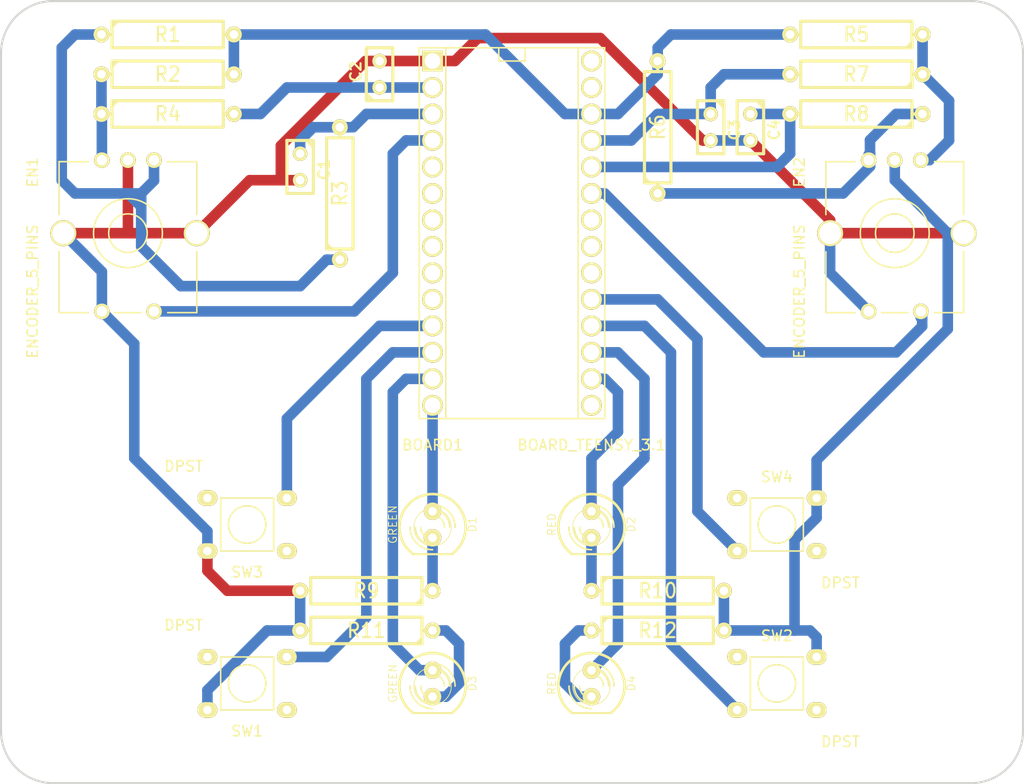
<source format=kicad_pcb>
(kicad_pcb (version 20171130) (host pcbnew "(5.1.12)-1")

  (general
    (thickness 1.6)
    (drawings 17)
    (tracks 168)
    (zones 0)
    (modules 31)
    (nets 25)
  )

  (page A4)
  (title_block
    (title Etch-a-sketch)
    (rev 0.1)
    (company BQ)
    (comment 1 "David Estévez")
  )

  (layers
    (0 F.Cu signal)
    (31 B.Cu signal)
    (32 B.Adhes user hide)
    (33 F.Adhes user hide)
    (34 B.Paste user hide)
    (35 F.Paste user hide)
    (36 B.SilkS user hide)
    (37 F.SilkS user hide)
    (38 B.Mask user hide)
    (39 F.Mask user hide)
    (40 Dwgs.User user hide)
    (41 Cmts.User user hide)
    (42 Eco1.User user hide)
    (43 Eco2.User user hide)
    (44 Edge.Cuts user)
  )

  (setup
    (last_trace_width 1.016)
    (trace_clearance 0.635)
    (zone_clearance 0.508)
    (zone_45_only no)
    (trace_min 0.254)
    (via_size 0.889)
    (via_drill 0.635)
    (via_min_size 0.889)
    (via_min_drill 0.508)
    (uvia_size 0.508)
    (uvia_drill 0.127)
    (uvias_allowed no)
    (uvia_min_size 0.508)
    (uvia_min_drill 0.127)
    (edge_width 0.15)
    (segment_width 0.2)
    (pcb_text_width 0.3)
    (pcb_text_size 1 1)
    (mod_edge_width 0.15)
    (mod_text_size 1 1)
    (mod_text_width 0.15)
    (pad_size 3 3)
    (pad_drill 3)
    (pad_to_mask_clearance 0)
    (aux_axis_origin 0 0)
    (visible_elements 7FFFFFFF)
    (pcbplotparams
      (layerselection 0x00030_ffffffff)
      (usegerberextensions false)
      (usegerberattributes true)
      (usegerberadvancedattributes true)
      (creategerberjobfile true)
      (excludeedgelayer true)
      (linewidth 0.150000)
      (plotframeref false)
      (viasonmask false)
      (mode 1)
      (useauxorigin false)
      (hpglpennumber 1)
      (hpglpenspeed 20)
      (hpglpendiameter 15.000000)
      (psnegative false)
      (psa4output false)
      (plotreference true)
      (plotvalue true)
      (plotinvisibletext false)
      (padsonsilk false)
      (subtractmaskfromsilk false)
      (outputformat 1)
      (mirror false)
      (drillshape 0)
      (scaleselection 1)
      (outputdirectory "gerber/"))
  )

  (net 0 "")
  (net 1 /D0)
  (net 2 /D1)
  (net 3 /D10)
  (net 4 /D11)
  (net 5 /D12)
  (net 6 /D14)
  (net 7 /D15)
  (net 8 /D16)
  (net 9 /D17)
  (net 10 /D2)
  (net 11 /D21)
  (net 12 /D22)
  (net 13 /D23)
  (net 14 /D9)
  (net 15 GND)
  (net 16 N-0000017)
  (net 17 N-0000018)
  (net 18 N-0000019)
  (net 19 N-0000020)
  (net 20 N-0000031)
  (net 21 N-0000036)
  (net 22 N-0000037)
  (net 23 N-0000044)
  (net 24 VCC)

  (net_class Default "This is the default net class."
    (clearance 0.635)
    (trace_width 1.016)
    (via_dia 0.889)
    (via_drill 0.635)
    (uvia_dia 0.508)
    (uvia_drill 0.127)
    (add_net /D0)
    (add_net /D1)
    (add_net /D10)
    (add_net /D11)
    (add_net /D12)
    (add_net /D14)
    (add_net /D15)
    (add_net /D16)
    (add_net /D17)
    (add_net /D2)
    (add_net /D21)
    (add_net /D22)
    (add_net /D23)
    (add_net /D9)
    (add_net GND)
    (add_net N-0000017)
    (add_net N-0000018)
    (add_net N-0000019)
    (add_net N-0000020)
    (add_net N-0000031)
    (add_net N-0000036)
    (add_net N-0000037)
    (add_net N-0000044)
    (add_net VCC)
  )

  (module Switches-Push_switch_THD (layer F.Cu) (tedit 5513EE8F) (tstamp 551538A6)
    (at 175.641 112.141 180)
    (path /5512C03E)
    (fp_text reference SW4 (at 0 4.572 180) (layer F.SilkS)
      (effects (font (size 1 1) (thickness 0.15)))
    )
    (fp_text value DPST (at -6.096 -5.588 180) (layer F.SilkS)
      (effects (font (size 1 1) (thickness 0.15)))
    )
    (fp_line (start -2.54 -2.54) (end 2.54 -2.54) (layer F.SilkS) (width 0.15))
    (fp_line (start 2.54 -2.54) (end 2.54 2.54) (layer F.SilkS) (width 0.15))
    (fp_line (start 2.54 2.54) (end -2.54 2.54) (layer F.SilkS) (width 0.15))
    (fp_line (start -2.54 2.54) (end -2.54 -2.54) (layer F.SilkS) (width 0.15))
    (fp_circle (center 0 0) (end -1.27 -1.27) (layer F.SilkS) (width 0.15))
    (pad 2 thru_hole oval (at -3.81 2.54 180) (size 1.9 1.5) (drill 0.8) (layers *.Cu *.Mask F.SilkS)
      (net 15 GND))
    (pad 1 thru_hole oval (at -3.81 -2.54 180) (size 1.9 1.5) (drill 0.8) (layers *.Cu *.Mask F.SilkS))
    (pad 4 thru_hole oval (at 3.81 2.54 180) (size 1.9 1.5) (drill 0.8) (layers *.Cu *.Mask F.SilkS))
    (pad 3 thru_hole oval (at 3.81 -2.54 180) (size 1.9 1.5) (drill 0.8) (layers *.Cu *.Mask F.SilkS)
      (net 9 /D17))
  )

  (module Switches-Push_switch_THD (layer F.Cu) (tedit 5513EE8F) (tstamp 551538B3)
    (at 124.841 112.141)
    (path /5512C038)
    (fp_text reference SW3 (at 0 4.572) (layer F.SilkS)
      (effects (font (size 1 1) (thickness 0.15)))
    )
    (fp_text value DPST (at -6.096 -5.588) (layer F.SilkS)
      (effects (font (size 1 1) (thickness 0.15)))
    )
    (fp_line (start -2.54 -2.54) (end 2.54 -2.54) (layer F.SilkS) (width 0.15))
    (fp_line (start 2.54 -2.54) (end 2.54 2.54) (layer F.SilkS) (width 0.15))
    (fp_line (start 2.54 2.54) (end -2.54 2.54) (layer F.SilkS) (width 0.15))
    (fp_line (start -2.54 2.54) (end -2.54 -2.54) (layer F.SilkS) (width 0.15))
    (fp_circle (center 0 0) (end -1.27 -1.27) (layer F.SilkS) (width 0.15))
    (pad 2 thru_hole oval (at -3.81 2.54) (size 1.9 1.5) (drill 0.8) (layers *.Cu *.Mask F.SilkS)
      (net 15 GND))
    (pad 1 thru_hole oval (at -3.81 -2.54) (size 1.9 1.5) (drill 0.8) (layers *.Cu *.Mask F.SilkS))
    (pad 4 thru_hole oval (at 3.81 2.54) (size 1.9 1.5) (drill 0.8) (layers *.Cu *.Mask F.SilkS))
    (pad 3 thru_hole oval (at 3.81 -2.54) (size 1.9 1.5) (drill 0.8) (layers *.Cu *.Mask F.SilkS)
      (net 14 /D9))
  )

  (module Switches-Push_switch_THD (layer F.Cu) (tedit 5513EE8F) (tstamp 551538C0)
    (at 175.641 127.381 180)
    (path /5512C032)
    (fp_text reference SW2 (at 0 4.572 180) (layer F.SilkS)
      (effects (font (size 1 1) (thickness 0.15)))
    )
    (fp_text value DPST (at -6.096 -5.588 180) (layer F.SilkS)
      (effects (font (size 1 1) (thickness 0.15)))
    )
    (fp_line (start -2.54 -2.54) (end 2.54 -2.54) (layer F.SilkS) (width 0.15))
    (fp_line (start 2.54 -2.54) (end 2.54 2.54) (layer F.SilkS) (width 0.15))
    (fp_line (start 2.54 2.54) (end -2.54 2.54) (layer F.SilkS) (width 0.15))
    (fp_line (start -2.54 2.54) (end -2.54 -2.54) (layer F.SilkS) (width 0.15))
    (fp_circle (center 0 0) (end -1.27 -1.27) (layer F.SilkS) (width 0.15))
    (pad 2 thru_hole oval (at -3.81 2.54 180) (size 1.9 1.5) (drill 0.8) (layers *.Cu *.Mask F.SilkS)
      (net 15 GND))
    (pad 1 thru_hole oval (at -3.81 -2.54 180) (size 1.9 1.5) (drill 0.8) (layers *.Cu *.Mask F.SilkS))
    (pad 4 thru_hole oval (at 3.81 2.54 180) (size 1.9 1.5) (drill 0.8) (layers *.Cu *.Mask F.SilkS))
    (pad 3 thru_hole oval (at 3.81 -2.54 180) (size 1.9 1.5) (drill 0.8) (layers *.Cu *.Mask F.SilkS)
      (net 8 /D16))
  )

  (module Switches-Push_switch_THD (layer F.Cu) (tedit 5513EE8F) (tstamp 551538CD)
    (at 124.841 127.381)
    (path /5512C025)
    (fp_text reference SW1 (at 0 4.572) (layer F.SilkS)
      (effects (font (size 1 1) (thickness 0.15)))
    )
    (fp_text value DPST (at -6.096 -5.588) (layer F.SilkS)
      (effects (font (size 1 1) (thickness 0.15)))
    )
    (fp_line (start -2.54 -2.54) (end 2.54 -2.54) (layer F.SilkS) (width 0.15))
    (fp_line (start 2.54 -2.54) (end 2.54 2.54) (layer F.SilkS) (width 0.15))
    (fp_line (start 2.54 2.54) (end -2.54 2.54) (layer F.SilkS) (width 0.15))
    (fp_line (start -2.54 2.54) (end -2.54 -2.54) (layer F.SilkS) (width 0.15))
    (fp_circle (center 0 0) (end -1.27 -1.27) (layer F.SilkS) (width 0.15))
    (pad 2 thru_hole oval (at -3.81 2.54) (size 1.9 1.5) (drill 0.8) (layers *.Cu *.Mask F.SilkS)
      (net 15 GND))
    (pad 1 thru_hole oval (at -3.81 -2.54) (size 1.9 1.5) (drill 0.8) (layers *.Cu *.Mask F.SilkS))
    (pad 4 thru_hole oval (at 3.81 2.54) (size 1.9 1.5) (drill 0.8) (layers *.Cu *.Mask F.SilkS))
    (pad 3 thru_hole oval (at 3.81 -2.54) (size 1.9 1.5) (drill 0.8) (layers *.Cu *.Mask F.SilkS)
      (net 3 /D10))
  )

  (module R5 (layer F.Cu) (tedit 200000) (tstamp 551538DA)
    (at 183.261 68.961 180)
    (descr "Resistance 5 pas")
    (tags R)
    (path /5512B647)
    (autoplace_cost180 10)
    (fp_text reference R7 (at 0 0 180) (layer F.SilkS)
      (effects (font (size 1.397 1.27) (thickness 0.2032)))
    )
    (fp_text value R (at 0 0 180) (layer F.SilkS) hide
      (effects (font (size 1.397 1.27) (thickness 0.2032)))
    )
    (fp_line (start -6.35 0) (end -5.334 0) (layer F.SilkS) (width 0.3048))
    (fp_line (start 6.35 0) (end 5.334 0) (layer F.SilkS) (width 0.3048))
    (fp_line (start 5.334 -1.27) (end 5.334 1.27) (layer F.SilkS) (width 0.3048))
    (fp_line (start 5.334 1.27) (end -5.334 1.27) (layer F.SilkS) (width 0.3048))
    (fp_line (start -5.334 1.27) (end -5.334 -1.27) (layer F.SilkS) (width 0.3048))
    (fp_line (start -5.334 -1.27) (end 5.334 -1.27) (layer F.SilkS) (width 0.3048))
    (fp_line (start -5.334 -0.762) (end -4.826 -1.27) (layer F.SilkS) (width 0.3048))
    (pad 1 thru_hole circle (at -6.35 0 180) (size 1.524 1.524) (drill 0.8128) (layers *.Cu *.Mask F.SilkS)
      (net 20 N-0000031))
    (pad 2 thru_hole circle (at 6.35 0 180) (size 1.524 1.524) (drill 0.8128) (layers *.Cu *.Mask F.SilkS)
      (net 13 /D23))
    (model discret/resistor.wrl
      (at (xyz 0 0 0))
      (scale (xyz 0.5 0.5 0.5))
      (rotate (xyz 0 0 0))
    )
  )

  (module R5 (layer F.Cu) (tedit 200000) (tstamp 7FFFFFFF)
    (at 164.211 122.301)
    (descr "Resistance 5 pas")
    (tags R)
    (path /5512B8E7)
    (autoplace_cost180 10)
    (fp_text reference R12 (at 0 0) (layer F.SilkS)
      (effects (font (size 1.397 1.27) (thickness 0.2032)))
    )
    (fp_text value R (at 0 0) (layer F.SilkS) hide
      (effects (font (size 1.397 1.27) (thickness 0.2032)))
    )
    (fp_line (start -6.35 0) (end -5.334 0) (layer F.SilkS) (width 0.3048))
    (fp_line (start 6.35 0) (end 5.334 0) (layer F.SilkS) (width 0.3048))
    (fp_line (start 5.334 -1.27) (end 5.334 1.27) (layer F.SilkS) (width 0.3048))
    (fp_line (start 5.334 1.27) (end -5.334 1.27) (layer F.SilkS) (width 0.3048))
    (fp_line (start -5.334 1.27) (end -5.334 -1.27) (layer F.SilkS) (width 0.3048))
    (fp_line (start -5.334 -1.27) (end 5.334 -1.27) (layer F.SilkS) (width 0.3048))
    (fp_line (start -5.334 -0.762) (end -4.826 -1.27) (layer F.SilkS) (width 0.3048))
    (pad 1 thru_hole circle (at -6.35 0) (size 1.524 1.524) (drill 0.8128) (layers *.Cu *.Mask F.SilkS)
      (net 17 N-0000018))
    (pad 2 thru_hole circle (at 6.35 0) (size 1.524 1.524) (drill 0.8128) (layers *.Cu *.Mask F.SilkS)
      (net 15 GND))
    (model discret/resistor.wrl
      (at (xyz 0 0 0))
      (scale (xyz 0.5 0.5 0.5))
      (rotate (xyz 0 0 0))
    )
  )

  (module R5 (layer F.Cu) (tedit 200000) (tstamp 551538F4)
    (at 136.271 122.301 180)
    (descr "Resistance 5 pas")
    (tags R)
    (path /5512B8DA)
    (autoplace_cost180 10)
    (fp_text reference R11 (at 0 0 180) (layer F.SilkS)
      (effects (font (size 1.397 1.27) (thickness 0.2032)))
    )
    (fp_text value R (at 0 0 180) (layer F.SilkS) hide
      (effects (font (size 1.397 1.27) (thickness 0.2032)))
    )
    (fp_line (start -6.35 0) (end -5.334 0) (layer F.SilkS) (width 0.3048))
    (fp_line (start 6.35 0) (end 5.334 0) (layer F.SilkS) (width 0.3048))
    (fp_line (start 5.334 -1.27) (end 5.334 1.27) (layer F.SilkS) (width 0.3048))
    (fp_line (start 5.334 1.27) (end -5.334 1.27) (layer F.SilkS) (width 0.3048))
    (fp_line (start -5.334 1.27) (end -5.334 -1.27) (layer F.SilkS) (width 0.3048))
    (fp_line (start -5.334 -1.27) (end 5.334 -1.27) (layer F.SilkS) (width 0.3048))
    (fp_line (start -5.334 -0.762) (end -4.826 -1.27) (layer F.SilkS) (width 0.3048))
    (pad 1 thru_hole circle (at -6.35 0 180) (size 1.524 1.524) (drill 0.8128) (layers *.Cu *.Mask F.SilkS)
      (net 18 N-0000019))
    (pad 2 thru_hole circle (at 6.35 0 180) (size 1.524 1.524) (drill 0.8128) (layers *.Cu *.Mask F.SilkS)
      (net 15 GND))
    (model discret/resistor.wrl
      (at (xyz 0 0 0))
      (scale (xyz 0.5 0.5 0.5))
      (rotate (xyz 0 0 0))
    )
  )

  (module R5 (layer F.Cu) (tedit 200000) (tstamp 55153901)
    (at 164.211 118.491)
    (descr "Resistance 5 pas")
    (tags R)
    (path /5512B8CD)
    (autoplace_cost180 10)
    (fp_text reference R10 (at 0 0) (layer F.SilkS)
      (effects (font (size 1.397 1.27) (thickness 0.2032)))
    )
    (fp_text value R (at 0 0) (layer F.SilkS) hide
      (effects (font (size 1.397 1.27) (thickness 0.2032)))
    )
    (fp_line (start -6.35 0) (end -5.334 0) (layer F.SilkS) (width 0.3048))
    (fp_line (start 6.35 0) (end 5.334 0) (layer F.SilkS) (width 0.3048))
    (fp_line (start 5.334 -1.27) (end 5.334 1.27) (layer F.SilkS) (width 0.3048))
    (fp_line (start 5.334 1.27) (end -5.334 1.27) (layer F.SilkS) (width 0.3048))
    (fp_line (start -5.334 1.27) (end -5.334 -1.27) (layer F.SilkS) (width 0.3048))
    (fp_line (start -5.334 -1.27) (end 5.334 -1.27) (layer F.SilkS) (width 0.3048))
    (fp_line (start -5.334 -0.762) (end -4.826 -1.27) (layer F.SilkS) (width 0.3048))
    (pad 1 thru_hole circle (at -6.35 0) (size 1.524 1.524) (drill 0.8128) (layers *.Cu *.Mask F.SilkS)
      (net 16 N-0000017))
    (pad 2 thru_hole circle (at 6.35 0) (size 1.524 1.524) (drill 0.8128) (layers *.Cu *.Mask F.SilkS)
      (net 15 GND))
    (model discret/resistor.wrl
      (at (xyz 0 0 0))
      (scale (xyz 0.5 0.5 0.5))
      (rotate (xyz 0 0 0))
    )
  )

  (module R5 (layer F.Cu) (tedit 200000) (tstamp 5515390E)
    (at 136.271 118.491 180)
    (descr "Resistance 5 pas")
    (tags R)
    (path /5512B885)
    (autoplace_cost180 10)
    (fp_text reference R9 (at 0 0 180) (layer F.SilkS)
      (effects (font (size 1.397 1.27) (thickness 0.2032)))
    )
    (fp_text value R (at 0 0 180) (layer F.SilkS) hide
      (effects (font (size 1.397 1.27) (thickness 0.2032)))
    )
    (fp_line (start -6.35 0) (end -5.334 0) (layer F.SilkS) (width 0.3048))
    (fp_line (start 6.35 0) (end 5.334 0) (layer F.SilkS) (width 0.3048))
    (fp_line (start 5.334 -1.27) (end 5.334 1.27) (layer F.SilkS) (width 0.3048))
    (fp_line (start 5.334 1.27) (end -5.334 1.27) (layer F.SilkS) (width 0.3048))
    (fp_line (start -5.334 1.27) (end -5.334 -1.27) (layer F.SilkS) (width 0.3048))
    (fp_line (start -5.334 -1.27) (end 5.334 -1.27) (layer F.SilkS) (width 0.3048))
    (fp_line (start -5.334 -0.762) (end -4.826 -1.27) (layer F.SilkS) (width 0.3048))
    (pad 1 thru_hole circle (at -6.35 0 180) (size 1.524 1.524) (drill 0.8128) (layers *.Cu *.Mask F.SilkS)
      (net 19 N-0000020))
    (pad 2 thru_hole circle (at 6.35 0 180) (size 1.524 1.524) (drill 0.8128) (layers *.Cu *.Mask F.SilkS)
      (net 15 GND))
    (model discret/resistor.wrl
      (at (xyz 0 0 0))
      (scale (xyz 0.5 0.5 0.5))
      (rotate (xyz 0 0 0))
    )
  )

  (module R5 (layer F.Cu) (tedit 200000) (tstamp 5515391B)
    (at 183.261 65.151 180)
    (descr "Resistance 5 pas")
    (tags R)
    (path /5512B64D)
    (autoplace_cost180 10)
    (fp_text reference R5 (at 0 0 180) (layer F.SilkS)
      (effects (font (size 1.397 1.27) (thickness 0.2032)))
    )
    (fp_text value R (at 0 0 180) (layer F.SilkS) hide
      (effects (font (size 1.397 1.27) (thickness 0.2032)))
    )
    (fp_line (start -6.35 0) (end -5.334 0) (layer F.SilkS) (width 0.3048))
    (fp_line (start 6.35 0) (end 5.334 0) (layer F.SilkS) (width 0.3048))
    (fp_line (start 5.334 -1.27) (end 5.334 1.27) (layer F.SilkS) (width 0.3048))
    (fp_line (start 5.334 1.27) (end -5.334 1.27) (layer F.SilkS) (width 0.3048))
    (fp_line (start -5.334 1.27) (end -5.334 -1.27) (layer F.SilkS) (width 0.3048))
    (fp_line (start -5.334 -1.27) (end 5.334 -1.27) (layer F.SilkS) (width 0.3048))
    (fp_line (start -5.334 -0.762) (end -4.826 -1.27) (layer F.SilkS) (width 0.3048))
    (pad 1 thru_hole circle (at -6.35 0 180) (size 1.524 1.524) (drill 0.8128) (layers *.Cu *.Mask F.SilkS)
      (net 20 N-0000031))
    (pad 2 thru_hole circle (at 6.35 0 180) (size 1.524 1.524) (drill 0.8128) (layers *.Cu *.Mask F.SilkS)
      (net 24 VCC))
    (model discret/resistor.wrl
      (at (xyz 0 0 0))
      (scale (xyz 0.5 0.5 0.5))
      (rotate (xyz 0 0 0))
    )
  )

  (module R5 (layer F.Cu) (tedit 200000) (tstamp 55153928)
    (at 164.211 74.041 90)
    (descr "Resistance 5 pas")
    (tags R)
    (path /5512B627)
    (autoplace_cost180 10)
    (fp_text reference R6 (at 0 0 90) (layer F.SilkS)
      (effects (font (size 1.397 1.27) (thickness 0.2032)))
    )
    (fp_text value R (at 0 0 90) (layer F.SilkS) hide
      (effects (font (size 1.397 1.27) (thickness 0.2032)))
    )
    (fp_line (start -6.35 0) (end -5.334 0) (layer F.SilkS) (width 0.3048))
    (fp_line (start 6.35 0) (end 5.334 0) (layer F.SilkS) (width 0.3048))
    (fp_line (start 5.334 -1.27) (end 5.334 1.27) (layer F.SilkS) (width 0.3048))
    (fp_line (start 5.334 1.27) (end -5.334 1.27) (layer F.SilkS) (width 0.3048))
    (fp_line (start -5.334 1.27) (end -5.334 -1.27) (layer F.SilkS) (width 0.3048))
    (fp_line (start -5.334 -1.27) (end 5.334 -1.27) (layer F.SilkS) (width 0.3048))
    (fp_line (start -5.334 -0.762) (end -4.826 -1.27) (layer F.SilkS) (width 0.3048))
    (pad 1 thru_hole circle (at -6.35 0 90) (size 1.524 1.524) (drill 0.8128) (layers *.Cu *.Mask F.SilkS)
      (net 23 N-0000044))
    (pad 2 thru_hole circle (at 6.35 0 90) (size 1.524 1.524) (drill 0.8128) (layers *.Cu *.Mask F.SilkS)
      (net 24 VCC))
    (model discret/resistor.wrl
      (at (xyz 0 0 0))
      (scale (xyz 0.5 0.5 0.5))
      (rotate (xyz 0 0 0))
    )
  )

  (module R5 (layer F.Cu) (tedit 200000) (tstamp 55153935)
    (at 183.261 72.771 180)
    (descr "Resistance 5 pas")
    (tags R)
    (path /5512B621)
    (autoplace_cost180 10)
    (fp_text reference R8 (at 0 0 180) (layer F.SilkS)
      (effects (font (size 1.397 1.27) (thickness 0.2032)))
    )
    (fp_text value R (at 0 0 180) (layer F.SilkS) hide
      (effects (font (size 1.397 1.27) (thickness 0.2032)))
    )
    (fp_line (start -6.35 0) (end -5.334 0) (layer F.SilkS) (width 0.3048))
    (fp_line (start 6.35 0) (end 5.334 0) (layer F.SilkS) (width 0.3048))
    (fp_line (start 5.334 -1.27) (end 5.334 1.27) (layer F.SilkS) (width 0.3048))
    (fp_line (start 5.334 1.27) (end -5.334 1.27) (layer F.SilkS) (width 0.3048))
    (fp_line (start -5.334 1.27) (end -5.334 -1.27) (layer F.SilkS) (width 0.3048))
    (fp_line (start -5.334 -1.27) (end 5.334 -1.27) (layer F.SilkS) (width 0.3048))
    (fp_line (start -5.334 -0.762) (end -4.826 -1.27) (layer F.SilkS) (width 0.3048))
    (pad 1 thru_hole circle (at -6.35 0 180) (size 1.524 1.524) (drill 0.8128) (layers *.Cu *.Mask F.SilkS)
      (net 23 N-0000044))
    (pad 2 thru_hole circle (at 6.35 0 180) (size 1.524 1.524) (drill 0.8128) (layers *.Cu *.Mask F.SilkS)
      (net 12 /D22))
    (model discret/resistor.wrl
      (at (xyz 0 0 0))
      (scale (xyz 0.5 0.5 0.5))
      (rotate (xyz 0 0 0))
    )
  )

  (module R5 (layer F.Cu) (tedit 200000) (tstamp 55153942)
    (at 117.221 65.151)
    (descr "Resistance 5 pas")
    (tags R)
    (path /5512B423)
    (autoplace_cost180 10)
    (fp_text reference R1 (at 0 0) (layer F.SilkS)
      (effects (font (size 1.397 1.27) (thickness 0.2032)))
    )
    (fp_text value R (at 0 0) (layer F.SilkS) hide
      (effects (font (size 1.397 1.27) (thickness 0.2032)))
    )
    (fp_line (start -6.35 0) (end -5.334 0) (layer F.SilkS) (width 0.3048))
    (fp_line (start 6.35 0) (end 5.334 0) (layer F.SilkS) (width 0.3048))
    (fp_line (start 5.334 -1.27) (end 5.334 1.27) (layer F.SilkS) (width 0.3048))
    (fp_line (start 5.334 1.27) (end -5.334 1.27) (layer F.SilkS) (width 0.3048))
    (fp_line (start -5.334 1.27) (end -5.334 -1.27) (layer F.SilkS) (width 0.3048))
    (fp_line (start -5.334 -1.27) (end 5.334 -1.27) (layer F.SilkS) (width 0.3048))
    (fp_line (start -5.334 -0.762) (end -4.826 -1.27) (layer F.SilkS) (width 0.3048))
    (pad 1 thru_hole circle (at -6.35 0) (size 1.524 1.524) (drill 0.8128) (layers *.Cu *.Mask F.SilkS)
      (net 21 N-0000036))
    (pad 2 thru_hole circle (at 6.35 0) (size 1.524 1.524) (drill 0.8128) (layers *.Cu *.Mask F.SilkS)
      (net 24 VCC))
    (model discret/resistor.wrl
      (at (xyz 0 0 0))
      (scale (xyz 0.5 0.5 0.5))
      (rotate (xyz 0 0 0))
    )
  )

  (module R5 (layer F.Cu) (tedit 200000) (tstamp 5515394F)
    (at 133.731 80.391 90)
    (descr "Resistance 5 pas")
    (tags R)
    (path /5512B41D)
    (autoplace_cost180 10)
    (fp_text reference R3 (at 0 0 90) (layer F.SilkS)
      (effects (font (size 1.397 1.27) (thickness 0.2032)))
    )
    (fp_text value R (at 0 0 90) (layer F.SilkS) hide
      (effects (font (size 1.397 1.27) (thickness 0.2032)))
    )
    (fp_line (start -6.35 0) (end -5.334 0) (layer F.SilkS) (width 0.3048))
    (fp_line (start 6.35 0) (end 5.334 0) (layer F.SilkS) (width 0.3048))
    (fp_line (start 5.334 -1.27) (end 5.334 1.27) (layer F.SilkS) (width 0.3048))
    (fp_line (start 5.334 1.27) (end -5.334 1.27) (layer F.SilkS) (width 0.3048))
    (fp_line (start -5.334 1.27) (end -5.334 -1.27) (layer F.SilkS) (width 0.3048))
    (fp_line (start -5.334 -1.27) (end 5.334 -1.27) (layer F.SilkS) (width 0.3048))
    (fp_line (start -5.334 -0.762) (end -4.826 -1.27) (layer F.SilkS) (width 0.3048))
    (pad 1 thru_hole circle (at -6.35 0 90) (size 1.524 1.524) (drill 0.8128) (layers *.Cu *.Mask F.SilkS)
      (net 21 N-0000036))
    (pad 2 thru_hole circle (at 6.35 0 90) (size 1.524 1.524) (drill 0.8128) (layers *.Cu *.Mask F.SilkS)
      (net 2 /D1))
    (model discret/resistor.wrl
      (at (xyz 0 0 0))
      (scale (xyz 0.5 0.5 0.5))
      (rotate (xyz 0 0 0))
    )
  )

  (module R5 (layer F.Cu) (tedit 200000) (tstamp 5515395C)
    (at 117.221 68.961)
    (descr "Resistance 5 pas")
    (tags R)
    (path /5512B35F)
    (autoplace_cost180 10)
    (fp_text reference R2 (at 0 0) (layer F.SilkS)
      (effects (font (size 1.397 1.27) (thickness 0.2032)))
    )
    (fp_text value R (at 0 0) (layer F.SilkS) hide
      (effects (font (size 1.397 1.27) (thickness 0.2032)))
    )
    (fp_line (start -6.35 0) (end -5.334 0) (layer F.SilkS) (width 0.3048))
    (fp_line (start 6.35 0) (end 5.334 0) (layer F.SilkS) (width 0.3048))
    (fp_line (start 5.334 -1.27) (end 5.334 1.27) (layer F.SilkS) (width 0.3048))
    (fp_line (start 5.334 1.27) (end -5.334 1.27) (layer F.SilkS) (width 0.3048))
    (fp_line (start -5.334 1.27) (end -5.334 -1.27) (layer F.SilkS) (width 0.3048))
    (fp_line (start -5.334 -1.27) (end 5.334 -1.27) (layer F.SilkS) (width 0.3048))
    (fp_line (start -5.334 -0.762) (end -4.826 -1.27) (layer F.SilkS) (width 0.3048))
    (pad 1 thru_hole circle (at -6.35 0) (size 1.524 1.524) (drill 0.8128) (layers *.Cu *.Mask F.SilkS)
      (net 22 N-0000037))
    (pad 2 thru_hole circle (at 6.35 0) (size 1.524 1.524) (drill 0.8128) (layers *.Cu *.Mask F.SilkS)
      (net 24 VCC))
    (model discret/resistor.wrl
      (at (xyz 0 0 0))
      (scale (xyz 0.5 0.5 0.5))
      (rotate (xyz 0 0 0))
    )
  )

  (module R5 (layer F.Cu) (tedit 200000) (tstamp 55153969)
    (at 117.221 72.771)
    (descr "Resistance 5 pas")
    (tags R)
    (path /5512B352)
    (autoplace_cost180 10)
    (fp_text reference R4 (at 0 0) (layer F.SilkS)
      (effects (font (size 1.397 1.27) (thickness 0.2032)))
    )
    (fp_text value R (at 0 0) (layer F.SilkS) hide
      (effects (font (size 1.397 1.27) (thickness 0.2032)))
    )
    (fp_line (start -6.35 0) (end -5.334 0) (layer F.SilkS) (width 0.3048))
    (fp_line (start 6.35 0) (end 5.334 0) (layer F.SilkS) (width 0.3048))
    (fp_line (start 5.334 -1.27) (end 5.334 1.27) (layer F.SilkS) (width 0.3048))
    (fp_line (start 5.334 1.27) (end -5.334 1.27) (layer F.SilkS) (width 0.3048))
    (fp_line (start -5.334 1.27) (end -5.334 -1.27) (layer F.SilkS) (width 0.3048))
    (fp_line (start -5.334 -1.27) (end 5.334 -1.27) (layer F.SilkS) (width 0.3048))
    (fp_line (start -5.334 -0.762) (end -4.826 -1.27) (layer F.SilkS) (width 0.3048))
    (pad 1 thru_hole circle (at -6.35 0) (size 1.524 1.524) (drill 0.8128) (layers *.Cu *.Mask F.SilkS)
      (net 22 N-0000037))
    (pad 2 thru_hole circle (at 6.35 0) (size 1.524 1.524) (drill 0.8128) (layers *.Cu *.Mask F.SilkS)
      (net 1 /D0))
    (model discret/resistor.wrl
      (at (xyz 0 0 0))
      (scale (xyz 0.5 0.5 0.5))
      (rotate (xyz 0 0 0))
    )
  )

  (module LED-5MM (layer F.Cu) (tedit 50ADE86B) (tstamp 551539A4)
    (at 142.621 112.141 270)
    (descr "LED 5mm - Lead pitch 100mil (2,54mm)")
    (tags "LED led 5mm 5MM 100mil 2,54mm")
    (path /5512B876)
    (fp_text reference D1 (at 0 -3.81 270) (layer F.SilkS)
      (effects (font (size 0.762 0.762) (thickness 0.0889)))
    )
    (fp_text value GREEN (at 0 3.81 270) (layer F.SilkS)
      (effects (font (size 0.762 0.762) (thickness 0.0889)))
    )
    (fp_line (start 2.8448 1.905) (end 2.8448 -1.905) (layer F.SilkS) (width 0.2032))
    (fp_circle (center 0.254 0) (end -1.016 1.27) (layer F.SilkS) (width 0.0762))
    (fp_arc (start 0.254 0) (end 2.794 1.905) (angle 286.2) (layer F.SilkS) (width 0.254))
    (fp_arc (start 0.254 0) (end -0.889 0) (angle 90) (layer F.SilkS) (width 0.1524))
    (fp_arc (start 0.254 0) (end 1.397 0) (angle 90) (layer F.SilkS) (width 0.1524))
    (fp_arc (start 0.254 0) (end -1.397 0) (angle 90) (layer F.SilkS) (width 0.1524))
    (fp_arc (start 0.254 0) (end 1.905 0) (angle 90) (layer F.SilkS) (width 0.1524))
    (fp_arc (start 0.254 0) (end -1.905 0) (angle 90) (layer F.SilkS) (width 0.1524))
    (fp_arc (start 0.254 0) (end 2.413 0) (angle 90) (layer F.SilkS) (width 0.1524))
    (pad 1 thru_hole circle (at -1.27 0 270) (size 1.6764 1.6764) (drill 0.8128) (layers *.Cu *.Mask F.SilkS)
      (net 5 /D12))
    (pad 2 thru_hole circle (at 1.27 0 270) (size 1.6764 1.6764) (drill 0.8128) (layers *.Cu *.Mask F.SilkS)
      (net 19 N-0000020))
    (model discret/leds/led5_vertical_verde.wrl
      (at (xyz 0 0 0))
      (scale (xyz 1 1 1))
      (rotate (xyz 0 0 0))
    )
  )

  (module LED-5MM (layer F.Cu) (tedit 50ADE86B) (tstamp 551539B3)
    (at 157.861 112.141 270)
    (descr "LED 5mm - Lead pitch 100mil (2,54mm)")
    (tags "LED led 5mm 5MM 100mil 2,54mm")
    (path /5512B8C7)
    (fp_text reference D2 (at 0 -3.81 270) (layer F.SilkS)
      (effects (font (size 0.762 0.762) (thickness 0.0889)))
    )
    (fp_text value RED (at 0 3.81 270) (layer F.SilkS)
      (effects (font (size 0.762 0.762) (thickness 0.0889)))
    )
    (fp_line (start 2.8448 1.905) (end 2.8448 -1.905) (layer F.SilkS) (width 0.2032))
    (fp_circle (center 0.254 0) (end -1.016 1.27) (layer F.SilkS) (width 0.0762))
    (fp_arc (start 0.254 0) (end 2.794 1.905) (angle 286.2) (layer F.SilkS) (width 0.254))
    (fp_arc (start 0.254 0) (end -0.889 0) (angle 90) (layer F.SilkS) (width 0.1524))
    (fp_arc (start 0.254 0) (end 1.397 0) (angle 90) (layer F.SilkS) (width 0.1524))
    (fp_arc (start 0.254 0) (end -1.397 0) (angle 90) (layer F.SilkS) (width 0.1524))
    (fp_arc (start 0.254 0) (end 1.905 0) (angle 90) (layer F.SilkS) (width 0.1524))
    (fp_arc (start 0.254 0) (end -1.905 0) (angle 90) (layer F.SilkS) (width 0.1524))
    (fp_arc (start 0.254 0) (end 2.413 0) (angle 90) (layer F.SilkS) (width 0.1524))
    (pad 1 thru_hole circle (at -1.27 0 270) (size 1.6764 1.6764) (drill 0.8128) (layers *.Cu *.Mask F.SilkS)
      (net 6 /D14))
    (pad 2 thru_hole circle (at 1.27 0 270) (size 1.6764 1.6764) (drill 0.8128) (layers *.Cu *.Mask F.SilkS)
      (net 16 N-0000017))
    (model discret/leds/led5_vertical_verde.wrl
      (at (xyz 0 0 0))
      (scale (xyz 1 1 1))
      (rotate (xyz 0 0 0))
    )
  )

  (module LED-5MM (layer F.Cu) (tedit 50ADE86B) (tstamp 551539C2)
    (at 142.621 127.381 270)
    (descr "LED 5mm - Lead pitch 100mil (2,54mm)")
    (tags "LED led 5mm 5MM 100mil 2,54mm")
    (path /5512B8D4)
    (fp_text reference D3 (at 0 -3.81 270) (layer F.SilkS)
      (effects (font (size 0.762 0.762) (thickness 0.0889)))
    )
    (fp_text value GREEN (at 0 3.81 270) (layer F.SilkS)
      (effects (font (size 0.762 0.762) (thickness 0.0889)))
    )
    (fp_line (start 2.8448 1.905) (end 2.8448 -1.905) (layer F.SilkS) (width 0.2032))
    (fp_circle (center 0.254 0) (end -1.016 1.27) (layer F.SilkS) (width 0.0762))
    (fp_arc (start 0.254 0) (end 2.794 1.905) (angle 286.2) (layer F.SilkS) (width 0.254))
    (fp_arc (start 0.254 0) (end -0.889 0) (angle 90) (layer F.SilkS) (width 0.1524))
    (fp_arc (start 0.254 0) (end 1.397 0) (angle 90) (layer F.SilkS) (width 0.1524))
    (fp_arc (start 0.254 0) (end -1.397 0) (angle 90) (layer F.SilkS) (width 0.1524))
    (fp_arc (start 0.254 0) (end 1.905 0) (angle 90) (layer F.SilkS) (width 0.1524))
    (fp_arc (start 0.254 0) (end -1.905 0) (angle 90) (layer F.SilkS) (width 0.1524))
    (fp_arc (start 0.254 0) (end 2.413 0) (angle 90) (layer F.SilkS) (width 0.1524))
    (pad 1 thru_hole circle (at -1.27 0 270) (size 1.6764 1.6764) (drill 0.8128) (layers *.Cu *.Mask F.SilkS)
      (net 4 /D11))
    (pad 2 thru_hole circle (at 1.27 0 270) (size 1.6764 1.6764) (drill 0.8128) (layers *.Cu *.Mask F.SilkS)
      (net 18 N-0000019))
    (model discret/leds/led5_vertical_verde.wrl
      (at (xyz 0 0 0))
      (scale (xyz 1 1 1))
      (rotate (xyz 0 0 0))
    )
  )

  (module LED-5MM (layer F.Cu) (tedit 50ADE86B) (tstamp 551539D1)
    (at 157.861 127.381 270)
    (descr "LED 5mm - Lead pitch 100mil (2,54mm)")
    (tags "LED led 5mm 5MM 100mil 2,54mm")
    (path /5512B8E1)
    (fp_text reference D4 (at 0 -3.81 270) (layer F.SilkS)
      (effects (font (size 0.762 0.762) (thickness 0.0889)))
    )
    (fp_text value RED (at 0 3.81 270) (layer F.SilkS)
      (effects (font (size 0.762 0.762) (thickness 0.0889)))
    )
    (fp_line (start 2.8448 1.905) (end 2.8448 -1.905) (layer F.SilkS) (width 0.2032))
    (fp_circle (center 0.254 0) (end -1.016 1.27) (layer F.SilkS) (width 0.0762))
    (fp_arc (start 0.254 0) (end 2.794 1.905) (angle 286.2) (layer F.SilkS) (width 0.254))
    (fp_arc (start 0.254 0) (end -0.889 0) (angle 90) (layer F.SilkS) (width 0.1524))
    (fp_arc (start 0.254 0) (end 1.397 0) (angle 90) (layer F.SilkS) (width 0.1524))
    (fp_arc (start 0.254 0) (end -1.397 0) (angle 90) (layer F.SilkS) (width 0.1524))
    (fp_arc (start 0.254 0) (end 1.905 0) (angle 90) (layer F.SilkS) (width 0.1524))
    (fp_arc (start 0.254 0) (end -1.905 0) (angle 90) (layer F.SilkS) (width 0.1524))
    (fp_arc (start 0.254 0) (end 2.413 0) (angle 90) (layer F.SilkS) (width 0.1524))
    (pad 1 thru_hole circle (at -1.27 0 270) (size 1.6764 1.6764) (drill 0.8128) (layers *.Cu *.Mask F.SilkS)
      (net 7 /D15))
    (pad 2 thru_hole circle (at 1.27 0 270) (size 1.6764 1.6764) (drill 0.8128) (layers *.Cu *.Mask F.SilkS)
      (net 17 N-0000018))
    (model discret/leds/led5_vertical_verde.wrl
      (at (xyz 0 0 0))
      (scale (xyz 1 1 1))
      (rotate (xyz 0 0 0))
    )
  )

  (module C1 (layer F.Cu) (tedit 3F92C496) (tstamp 551539DC)
    (at 169.291 74.041 270)
    (descr "Condensateur e = 1 pas")
    (tags C)
    (path /5512B641)
    (fp_text reference C3 (at 0.254 -2.286 270) (layer F.SilkS)
      (effects (font (size 1.016 1.016) (thickness 0.2032)))
    )
    (fp_text value C (at 0 -2.286 270) (layer F.SilkS) hide
      (effects (font (size 1.016 1.016) (thickness 0.2032)))
    )
    (fp_line (start -2.4892 -1.27) (end 2.54 -1.27) (layer F.SilkS) (width 0.3048))
    (fp_line (start 2.54 -1.27) (end 2.54 1.27) (layer F.SilkS) (width 0.3048))
    (fp_line (start 2.54 1.27) (end -2.54 1.27) (layer F.SilkS) (width 0.3048))
    (fp_line (start -2.54 1.27) (end -2.54 -1.27) (layer F.SilkS) (width 0.3048))
    (fp_line (start -2.54 -0.635) (end -1.905 -1.27) (layer F.SilkS) (width 0.3048))
    (pad 1 thru_hole circle (at -1.27 0 270) (size 1.397 1.397) (drill 0.8128) (layers *.Cu *.Mask F.SilkS)
      (net 13 /D23))
    (pad 2 thru_hole circle (at 1.27 0 270) (size 1.397 1.397) (drill 0.8128) (layers *.Cu *.Mask F.SilkS)
      (net 15 GND))
    (model discret/capa_1_pas.wrl
      (at (xyz 0 0 0))
      (scale (xyz 1 1 1))
      (rotate (xyz 0 0 0))
    )
  )

  (module C1 (layer F.Cu) (tedit 3F92C496) (tstamp 7FFFFFFF)
    (at 173.101 74.041 270)
    (descr "Condensateur e = 1 pas")
    (tags C)
    (path /5512B61B)
    (fp_text reference C4 (at 0.254 -2.286 270) (layer F.SilkS)
      (effects (font (size 1.016 1.016) (thickness 0.2032)))
    )
    (fp_text value C (at 0 -2.286 270) (layer F.SilkS) hide
      (effects (font (size 1.016 1.016) (thickness 0.2032)))
    )
    (fp_line (start -2.4892 -1.27) (end 2.54 -1.27) (layer F.SilkS) (width 0.3048))
    (fp_line (start 2.54 -1.27) (end 2.54 1.27) (layer F.SilkS) (width 0.3048))
    (fp_line (start 2.54 1.27) (end -2.54 1.27) (layer F.SilkS) (width 0.3048))
    (fp_line (start -2.54 1.27) (end -2.54 -1.27) (layer F.SilkS) (width 0.3048))
    (fp_line (start -2.54 -0.635) (end -1.905 -1.27) (layer F.SilkS) (width 0.3048))
    (pad 1 thru_hole circle (at -1.27 0 270) (size 1.397 1.397) (drill 0.8128) (layers *.Cu *.Mask F.SilkS)
      (net 12 /D22))
    (pad 2 thru_hole circle (at 1.27 0 270) (size 1.397 1.397) (drill 0.8128) (layers *.Cu *.Mask F.SilkS)
      (net 15 GND))
    (model discret/capa_1_pas.wrl
      (at (xyz 0 0 0))
      (scale (xyz 1 1 1))
      (rotate (xyz 0 0 0))
    )
  )

  (module C1 (layer F.Cu) (tedit 3F92C496) (tstamp 551539F2)
    (at 129.921 77.851 270)
    (descr "Condensateur e = 1 pas")
    (tags C)
    (path /5512B417)
    (fp_text reference C1 (at 0.254 -2.286 270) (layer F.SilkS)
      (effects (font (size 1.016 1.016) (thickness 0.2032)))
    )
    (fp_text value C (at 0 -2.286 270) (layer F.SilkS) hide
      (effects (font (size 1.016 1.016) (thickness 0.2032)))
    )
    (fp_line (start -2.4892 -1.27) (end 2.54 -1.27) (layer F.SilkS) (width 0.3048))
    (fp_line (start 2.54 -1.27) (end 2.54 1.27) (layer F.SilkS) (width 0.3048))
    (fp_line (start 2.54 1.27) (end -2.54 1.27) (layer F.SilkS) (width 0.3048))
    (fp_line (start -2.54 1.27) (end -2.54 -1.27) (layer F.SilkS) (width 0.3048))
    (fp_line (start -2.54 -0.635) (end -1.905 -1.27) (layer F.SilkS) (width 0.3048))
    (pad 1 thru_hole circle (at -1.27 0 270) (size 1.397 1.397) (drill 0.8128) (layers *.Cu *.Mask F.SilkS)
      (net 2 /D1))
    (pad 2 thru_hole circle (at 1.27 0 270) (size 1.397 1.397) (drill 0.8128) (layers *.Cu *.Mask F.SilkS)
      (net 15 GND))
    (model discret/capa_1_pas.wrl
      (at (xyz 0 0 0))
      (scale (xyz 1 1 1))
      (rotate (xyz 0 0 0))
    )
  )

  (module C1 (layer F.Cu) (tedit 3F92C496) (tstamp 551539FD)
    (at 137.541 68.961 90)
    (descr "Condensateur e = 1 pas")
    (tags C)
    (path /5512B343)
    (fp_text reference C2 (at 0.254 -2.286 90) (layer F.SilkS)
      (effects (font (size 1.016 1.016) (thickness 0.2032)))
    )
    (fp_text value C (at 0 -2.286 90) (layer F.SilkS) hide
      (effects (font (size 1.016 1.016) (thickness 0.2032)))
    )
    (fp_line (start -2.4892 -1.27) (end 2.54 -1.27) (layer F.SilkS) (width 0.3048))
    (fp_line (start 2.54 -1.27) (end 2.54 1.27) (layer F.SilkS) (width 0.3048))
    (fp_line (start 2.54 1.27) (end -2.54 1.27) (layer F.SilkS) (width 0.3048))
    (fp_line (start -2.54 1.27) (end -2.54 -1.27) (layer F.SilkS) (width 0.3048))
    (fp_line (start -2.54 -0.635) (end -1.905 -1.27) (layer F.SilkS) (width 0.3048))
    (pad 1 thru_hole circle (at -1.27 0 90) (size 1.397 1.397) (drill 0.8128) (layers *.Cu *.Mask F.SilkS)
      (net 1 /D0))
    (pad 2 thru_hole circle (at 1.27 0 90) (size 1.397 1.397) (drill 0.8128) (layers *.Cu *.Mask F.SilkS)
      (net 15 GND))
    (model discret/capa_1_pas.wrl
      (at (xyz 0 0 0))
      (scale (xyz 1 1 1))
      (rotate (xyz 0 0 0))
    )
  )

  (module Board_Teensy_3_1 (layer F.Cu) (tedit 5509AE9B) (tstamp 55153A2A)
    (at 150.241 85.471)
    (path /5512B2E9)
    (fp_text reference BOARD1 (at -7.62 19.05) (layer F.SilkS)
      (effects (font (size 1 1) (thickness 0.15)))
    )
    (fp_text value BOARD_TEENSY_3.1 (at 7.62 19.05) (layer F.SilkS)
      (effects (font (size 1 1) (thickness 0.15)))
    )
    (fp_line (start -1.27 -19.05) (end -1.27 -17.78) (layer F.SilkS) (width 0.15))
    (fp_line (start -1.27 -17.78) (end 1.27 -17.78) (layer F.SilkS) (width 0.15))
    (fp_line (start 1.27 -17.78) (end 1.27 -19.05) (layer F.SilkS) (width 0.15))
    (fp_line (start -6.35 -19.05) (end 6.35 -19.05) (layer F.SilkS) (width 0.15))
    (fp_line (start -6.35 16.51) (end 6.35 16.51) (layer F.SilkS) (width 0.15))
    (fp_line (start 6.35 -19.05) (end 6.35 16.51) (layer F.SilkS) (width 0.15))
    (fp_line (start 6.35 16.51) (end 8.89 16.51) (layer F.SilkS) (width 0.15))
    (fp_line (start 8.89 16.51) (end 8.89 -19.05) (layer F.SilkS) (width 0.15))
    (fp_line (start 8.89 -19.05) (end 6.35 -19.05) (layer F.SilkS) (width 0.15))
    (fp_line (start -8.89 -19.05) (end -8.89 16.51) (layer F.SilkS) (width 0.15))
    (fp_line (start -8.89 16.51) (end -6.35 16.51) (layer F.SilkS) (width 0.15))
    (fp_line (start -6.35 16.51) (end -6.35 -19.05) (layer F.SilkS) (width 0.15))
    (fp_line (start -6.35 -19.05) (end -8.89 -19.05) (layer F.SilkS) (width 0.15))
    (pad 1 thru_hole rect (at -7.62 -17.78) (size 2 2) (drill 1.5) (layers *.Cu *.Mask F.SilkS)
      (net 15 GND))
    (pad 2 thru_hole circle (at -7.62 -15.24) (size 2 2) (drill 1.5) (layers *.Cu *.Mask F.SilkS)
      (net 1 /D0))
    (pad 3 thru_hole circle (at -7.62 -12.7) (size 2 2) (drill 1.5) (layers *.Cu *.Mask F.SilkS)
      (net 2 /D1))
    (pad 4 thru_hole circle (at -7.62 -10.16) (size 2 2) (drill 1.5) (layers *.Cu *.Mask F.SilkS)
      (net 10 /D2))
    (pad 5 thru_hole circle (at -7.62 -7.62) (size 2 2) (drill 1.5) (layers *.Cu *.Mask F.SilkS))
    (pad 6 thru_hole circle (at -7.62 -5.08) (size 2 2) (drill 1.5) (layers *.Cu *.Mask F.SilkS))
    (pad 7 thru_hole circle (at -7.62 -2.54) (size 2 2) (drill 1.5) (layers *.Cu *.Mask F.SilkS))
    (pad 8 thru_hole circle (at -7.62 0) (size 2 2) (drill 1.5) (layers *.Cu *.Mask F.SilkS))
    (pad 9 thru_hole circle (at -7.62 2.54) (size 2 2) (drill 1.5) (layers *.Cu *.Mask F.SilkS))
    (pad 10 thru_hole circle (at -7.62 5.08) (size 2 2) (drill 1.5) (layers *.Cu *.Mask F.SilkS))
    (pad 11 thru_hole circle (at -7.62 7.62) (size 2 2) (drill 1.5) (layers *.Cu *.Mask F.SilkS)
      (net 14 /D9))
    (pad 12 thru_hole circle (at -7.62 10.16) (size 2 2) (drill 1.5) (layers *.Cu *.Mask F.SilkS)
      (net 3 /D10))
    (pad 13 thru_hole circle (at -7.62 12.7) (size 2 2) (drill 1.5) (layers *.Cu *.Mask F.SilkS)
      (net 4 /D11))
    (pad 14 thru_hole circle (at -7.62 15.24) (size 2 2) (drill 1.5) (layers *.Cu *.Mask F.SilkS)
      (net 5 /D12))
    (pad 15 thru_hole circle (at 7.62 15.24) (size 2 2) (drill 1.5) (layers *.Cu *.Mask F.SilkS))
    (pad 16 thru_hole circle (at 7.62 12.7) (size 2 2) (drill 1.5) (layers *.Cu *.Mask F.SilkS)
      (net 6 /D14))
    (pad 17 thru_hole circle (at 7.62 10.16) (size 2 2) (drill 1.5) (layers *.Cu *.Mask F.SilkS)
      (net 7 /D15))
    (pad 18 thru_hole circle (at 7.62 7.62) (size 2 2) (drill 1.5) (layers *.Cu *.Mask F.SilkS)
      (net 8 /D16))
    (pad 19 thru_hole circle (at 7.62 5.08) (size 2 2) (drill 1.5) (layers *.Cu *.Mask F.SilkS)
      (net 9 /D17))
    (pad 20 thru_hole circle (at 7.62 2.54) (size 2 2) (drill 1.5) (layers *.Cu *.Mask F.SilkS))
    (pad 21 thru_hole circle (at 7.62 0) (size 2 2) (drill 1.5) (layers *.Cu *.Mask F.SilkS))
    (pad 22 thru_hole circle (at 7.62 -2.54) (size 2 2) (drill 1.5) (layers *.Cu *.Mask F.SilkS))
    (pad 23 thru_hole circle (at 7.62 -5.08) (size 2 2) (drill 1.5) (layers *.Cu *.Mask F.SilkS)
      (net 11 /D21))
    (pad 24 thru_hole circle (at 7.62 -7.62) (size 2 2) (drill 1.5) (layers *.Cu *.Mask F.SilkS)
      (net 12 /D22))
    (pad 25 thru_hole circle (at 7.62 -10.16) (size 2 2) (drill 1.5) (layers *.Cu *.Mask F.SilkS)
      (net 13 /D23))
    (pad 26 thru_hole circle (at 7.62 -12.7) (size 2 2) (drill 1.5) (layers *.Cu *.Mask F.SilkS)
      (net 24 VCC))
    (pad 27 thru_hole circle (at 7.62 -15.24) (size 2 2) (drill 1.5) (layers *.Cu *.Mask F.SilkS))
    (pad 28 thru_hole circle (at 7.62 -17.78) (size 2 2) (drill 1.5) (layers *.Cu *.Mask F.SilkS))
  )

  (module Mechanical_drill_3mm (layer F.Cu) (tedit 55191EF6) (tstamp 55192081)
    (at 107.95 130.81)
    (fp_text reference Mechanical_drill_3mm_4 (at 0.635 3.175) (layer F.SilkS) hide
      (effects (font (size 1 1) (thickness 0.15)))
    )
    (fp_text value "" (at 4.445 1.27) (layer F.SilkS) hide
      (effects (font (size 1 1) (thickness 0.15)))
    )
    (pad "" np_thru_hole circle (at 3.291 -3.869) (size 3 3) (drill 3) (layers *.Cu *.Mask))
  )

  (module Mechanical_drill_3mm (layer F.Cu) (tedit 55191FC2) (tstamp 5519208B)
    (at 193.04 130.81)
    (fp_text reference Mechanical_drill_3mm_3 (at 0.635 3.175) (layer F.SilkS) hide
      (effects (font (size 1 1) (thickness 0.15)))
    )
    (fp_text value "" (at 4.445 1.27) (layer F.SilkS) hide
      (effects (font (size 1 1) (thickness 0.15)))
    )
    (pad "" np_thru_hole circle (at -3.799 -3.869) (size 3 3) (drill 3) (layers *.Cu *.Mask))
  )

  (module Mechanical_drill_3mm (layer F.Cu) (tedit 55192021) (tstamp 55192094)
    (at 191.77 102.87)
    (fp_text reference Mechanical_drill_3mm_2 (at 0.635 3.175) (layer F.SilkS) hide
      (effects (font (size 1 1) (thickness 0.15)))
    )
    (fp_text value "" (at 4.445 1.27) (layer F.SilkS) hide
      (effects (font (size 1 1) (thickness 0.15)))
    )
    (pad "" np_thru_hole circle (at -2.529 -0.929) (size 3 3) (drill 3) (layers *.Cu *.Mask))
  )

  (module Mechanical_drill_3mm (layer F.Cu) (tedit 5519201A) (tstamp 5519209D)
    (at 107.95 101.6)
    (fp_text reference Mechanical_drill_3mm (at 0.635 3.175) (layer F.SilkS) hide
      (effects (font (size 1 1) (thickness 0.15)))
    )
    (fp_text value "" (at 4.445 1.27) (layer F.SilkS) hide
      (effects (font (size 1 1) (thickness 0.15)))
    )
    (pad "" np_thru_hole circle (at 3.291 0.341) (size 3 3) (drill 3) (layers *.Cu *.Mask))
  )

  (module Misc_Encoder_5_Pins_w_shield (layer F.Cu) (tedit 551921F4) (tstamp 551927B6)
    (at 113.411 84.201 270)
    (path /55192834)
    (fp_text reference EN1 (at -5.842 9.144 270) (layer F.SilkS)
      (effects (font (size 1 1) (thickness 0.15)))
    )
    (fp_text value ENCODER_5_PINS (at 5.588 9.144 270) (layer F.SilkS)
      (effects (font (size 1 1) (thickness 0.15)))
    )
    (fp_circle (center 0 0) (end -0.508 -1.778) (layer F.SilkS) (width 0.15))
    (fp_circle (center 0 0) (end -1.27 -3.048) (layer F.SilkS) (width 0.15))
    (fp_line (start 7.62 -6.604) (end 7.62 -3.81) (layer F.SilkS) (width 0.15))
    (fp_line (start 7.62 1.27) (end 7.62 -1.27) (layer F.SilkS) (width 0.15))
    (fp_line (start 7.62 3.81) (end 7.62 6.604) (layer F.SilkS) (width 0.15))
    (fp_line (start -6.858 6.604) (end -1.778 6.604) (layer F.SilkS) (width 0.15))
    (fp_line (start -6.858 3.81) (end -6.858 6.604) (layer F.SilkS) (width 0.15))
    (fp_line (start -6.858 -6.604) (end -6.858 -3.81) (layer F.SilkS) (width 0.15))
    (fp_line (start 7.62 6.604) (end 1.778 6.604) (layer F.SilkS) (width 0.15))
    (fp_line (start 1.778 -6.604) (end 7.62 -6.604) (layer F.SilkS) (width 0.15))
    (fp_line (start -6.858 -6.604) (end -1.778 -6.604) (layer F.SilkS) (width 0.15))
    (pad 1 thru_hole circle (at -7 -2.5 270) (size 1.5 1.5) (drill 1) (layers *.Cu *.Mask F.SilkS)
      (net 21 N-0000036))
    (pad 2 thru_hole circle (at -7 0 270) (size 1.5 1.5) (drill 1) (layers *.Cu *.Mask F.SilkS)
      (net 15 GND))
    (pad 3 thru_hole circle (at -7 2.5 270) (size 1.5 1.5) (drill 1) (layers *.Cu *.Mask F.SilkS)
      (net 22 N-0000037))
    (pad 4 thru_hole circle (at 7.5 -2.5 270) (size 1.5 1.5) (drill 1) (layers *.Cu *.Mask F.SilkS)
      (net 10 /D2))
    (pad 5 thru_hole circle (at 7.5 2.5 270) (size 1.5 1.5) (drill 1) (layers *.Cu *.Mask F.SilkS)
      (net 15 GND))
    (pad SHLD thru_hole circle (at 0 -6.6 270) (size 2.5 2.5) (drill 2.1) (layers *.Cu *.Mask F.SilkS)
      (net 15 GND))
    (pad SHLD thru_hole circle (at 0 6.2 270) (size 2.5 2.5) (drill 2.1) (layers *.Cu *.Mask F.SilkS)
      (net 15 GND))
  )

  (module Misc_Encoder_5_Pins_w_shield (layer F.Cu) (tedit 551921F4) (tstamp 551927CC)
    (at 186.944 84.201 270)
    (path /551928D0)
    (fp_text reference EN2 (at -5.842 9.144 270) (layer F.SilkS)
      (effects (font (size 1 1) (thickness 0.15)))
    )
    (fp_text value ENCODER_5_PINS (at 5.588 9.144 270) (layer F.SilkS)
      (effects (font (size 1 1) (thickness 0.15)))
    )
    (fp_circle (center 0 0) (end -0.508 -1.778) (layer F.SilkS) (width 0.15))
    (fp_circle (center 0 0) (end -1.27 -3.048) (layer F.SilkS) (width 0.15))
    (fp_line (start 7.62 -6.604) (end 7.62 -3.81) (layer F.SilkS) (width 0.15))
    (fp_line (start 7.62 1.27) (end 7.62 -1.27) (layer F.SilkS) (width 0.15))
    (fp_line (start 7.62 3.81) (end 7.62 6.604) (layer F.SilkS) (width 0.15))
    (fp_line (start -6.858 6.604) (end -1.778 6.604) (layer F.SilkS) (width 0.15))
    (fp_line (start -6.858 3.81) (end -6.858 6.604) (layer F.SilkS) (width 0.15))
    (fp_line (start -6.858 -6.604) (end -6.858 -3.81) (layer F.SilkS) (width 0.15))
    (fp_line (start 7.62 6.604) (end 1.778 6.604) (layer F.SilkS) (width 0.15))
    (fp_line (start 1.778 -6.604) (end 7.62 -6.604) (layer F.SilkS) (width 0.15))
    (fp_line (start -6.858 -6.604) (end -1.778 -6.604) (layer F.SilkS) (width 0.15))
    (pad 1 thru_hole circle (at -7 -2.5 270) (size 1.5 1.5) (drill 1) (layers *.Cu *.Mask F.SilkS)
      (net 20 N-0000031))
    (pad 2 thru_hole circle (at -7 0 270) (size 1.5 1.5) (drill 1) (layers *.Cu *.Mask F.SilkS)
      (net 15 GND))
    (pad 3 thru_hole circle (at -7 2.5 270) (size 1.5 1.5) (drill 1) (layers *.Cu *.Mask F.SilkS)
      (net 23 N-0000044))
    (pad 4 thru_hole circle (at 7.5 -2.5 270) (size 1.5 1.5) (drill 1) (layers *.Cu *.Mask F.SilkS)
      (net 11 /D21))
    (pad 5 thru_hole circle (at 7.5 2.5 270) (size 1.5 1.5) (drill 1) (layers *.Cu *.Mask F.SilkS)
      (net 15 GND))
    (pad SHLD thru_hole circle (at 0 -6.6 270) (size 2.5 2.5) (drill 2.1) (layers *.Cu *.Mask F.SilkS)
      (net 15 GND))
    (pad SHLD thru_hole circle (at 0 6.2 270) (size 2.5 2.5) (drill 2.1) (layers *.Cu *.Mask F.SilkS)
      (net 15 GND))
  )

  (gr_line (start 150.241 61.941) (end 150.241 136.941) (angle 90) (layer Cmts.User) (width 0.2))
  (gr_line (start 112.741 64.481) (end 112.741 84.481) (angle 90) (layer Cmts.User) (width 0.2))
  (gr_line (start 187.741 61.941) (end 187.741 81.941) (angle 90) (layer Cmts.User) (width 0.2))
  (gr_line (start 101.241 126.941) (end 199.241 126.941) (angle 90) (layer Cmts.User) (width 0.2))
  (gr_line (start 101.241 111.941) (end 199.241 111.941) (angle 90) (layer Cmts.User) (width 0.2))
  (gr_line (start 125.241 111.941) (end 125.241 126.941) (angle 90) (layer Cmts.User) (width 0.2))
  (gr_line (start 142.741 111.941) (end 142.741 126.941) (angle 90) (layer Cmts.User) (width 0.2))
  (gr_line (start 175.241 111.941) (end 175.241 126.941) (angle 90) (layer Cmts.User) (width 0.2))
  (gr_line (start 157.741 111.941) (end 157.741 126.941) (angle 90) (layer Cmts.User) (width 0.2))
  (gr_line (start 106.241 61.941) (end 194.241 61.941) (angle 90) (layer Edge.Cuts) (width 0.2))
  (gr_line (start 199.241 66.941) (end 199.241 131.941) (angle 90) (layer Edge.Cuts) (width 0.2))
  (gr_line (start 194.241 136.941) (end 106.241 136.941) (angle 90) (layer Edge.Cuts) (width 0.2))
  (gr_line (start 101.241 131.941) (end 101.241 66.941) (angle 90) (layer Edge.Cuts) (width 0.2))
  (gr_arc (start 194.241 66.941) (end 194.241 61.941) (angle 90) (layer Edge.Cuts) (width 0.2))
  (gr_arc (start 194.241 131.941) (end 199.241 131.941) (angle 90) (layer Edge.Cuts) (width 0.2))
  (gr_arc (start 106.241 131.941) (end 106.241 136.941) (angle 90) (layer Edge.Cuts) (width 0.2))
  (gr_arc (start 106.241 66.941) (end 101.241 66.941) (angle 90) (layer Edge.Cuts) (width 0.2))

  (segment (start 137.541 70.231) (end 128.651 70.231) (width 1.016) (layer B.Cu) (net 1))
  (segment (start 128.651 70.231) (end 126.111 72.771) (width 1.016) (layer B.Cu) (net 1))
  (segment (start 126.111 72.771) (end 123.571 72.771) (width 1.016) (layer B.Cu) (net 1))
  (segment (start 142.621 70.231) (end 137.541 70.231) (width 1.016) (layer B.Cu) (net 1))
  (segment (start 129.921 76.581) (end 129.921 75.311) (width 1.016) (layer B.Cu) (net 2))
  (segment (start 129.921 75.311) (end 131.191 74.041) (width 1.016) (layer B.Cu) (net 2))
  (segment (start 131.191 74.041) (end 133.731 74.041) (width 1.016) (layer B.Cu) (net 2))
  (segment (start 133.731 74.041) (end 135.001 74.041) (width 1.016) (layer B.Cu) (net 2))
  (segment (start 135.001 74.041) (end 136.271 72.771) (width 1.016) (layer B.Cu) (net 2))
  (segment (start 136.271 72.771) (end 142.621 72.771) (width 1.016) (layer B.Cu) (net 2))
  (segment (start 128.651 124.841) (end 132.461 124.841) (width 1.016) (layer B.Cu) (net 3))
  (segment (start 132.461 124.841) (end 136.271 121.031) (width 1.016) (layer B.Cu) (net 3))
  (segment (start 136.271 121.031) (end 136.271 98.171) (width 1.016) (layer B.Cu) (net 3))
  (segment (start 136.271 98.171) (end 138.811 95.631) (width 1.016) (layer B.Cu) (net 3))
  (segment (start 138.811 95.631) (end 142.621 95.631) (width 1.016) (layer B.Cu) (net 3))
  (segment (start 142.621 126.111) (end 141.351 126.111) (width 1.016) (layer B.Cu) (net 4))
  (segment (start 141.351 126.111) (end 138.811 123.571) (width 1.016) (layer B.Cu) (net 4))
  (segment (start 138.811 123.571) (end 138.811 99.441) (width 1.016) (layer B.Cu) (net 4))
  (segment (start 138.811 99.441) (end 140.081 98.171) (width 1.016) (layer B.Cu) (net 4))
  (segment (start 140.081 98.171) (end 142.621 98.171) (width 1.016) (layer B.Cu) (net 4))
  (segment (start 142.621 110.871) (end 142.621 100.711) (width 1.016) (layer B.Cu) (net 5))
  (segment (start 157.861 110.871) (end 157.861 105.791) (width 1.016) (layer B.Cu) (net 6))
  (segment (start 157.861 105.791) (end 160.401 103.251) (width 1.016) (layer B.Cu) (net 6))
  (segment (start 160.401 103.251) (end 160.401 99.441) (width 1.016) (layer B.Cu) (net 6))
  (segment (start 160.401 99.441) (end 159.131 98.171) (width 1.016) (layer B.Cu) (net 6))
  (segment (start 159.131 98.171) (end 157.861 98.171) (width 1.016) (layer B.Cu) (net 6))
  (segment (start 157.861 126.111) (end 160.401 123.571) (width 1.016) (layer B.Cu) (net 7))
  (segment (start 160.401 123.571) (end 160.401 108.331) (width 1.016) (layer B.Cu) (net 7))
  (segment (start 160.401 108.331) (end 162.941 105.791) (width 1.016) (layer B.Cu) (net 7))
  (segment (start 162.941 105.791) (end 162.941 98.171) (width 1.016) (layer B.Cu) (net 7))
  (segment (start 162.941 98.171) (end 160.401 95.631) (width 1.016) (layer B.Cu) (net 7))
  (segment (start 160.401 95.631) (end 157.861 95.631) (width 1.016) (layer B.Cu) (net 7))
  (segment (start 171.831 129.921) (end 165.481 123.571) (width 1.016) (layer B.Cu) (net 8))
  (segment (start 165.481 123.571) (end 165.481 95.631) (width 1.016) (layer B.Cu) (net 8))
  (segment (start 165.481 95.631) (end 162.941 93.091) (width 1.016) (layer B.Cu) (net 8))
  (segment (start 162.941 93.091) (end 157.861 93.091) (width 1.016) (layer B.Cu) (net 8))
  (segment (start 171.831 114.681) (end 168.021 110.871) (width 1.016) (layer B.Cu) (net 9))
  (segment (start 168.021 110.871) (end 168.021 94.361) (width 1.016) (layer B.Cu) (net 9))
  (segment (start 168.021 94.361) (end 164.211 90.551) (width 1.016) (layer B.Cu) (net 9))
  (segment (start 164.211 90.551) (end 157.861 90.551) (width 1.016) (layer B.Cu) (net 9))
  (segment (start 115.911 91.701) (end 135.121 91.701) (width 1.016) (layer B.Cu) (net 10))
  (segment (start 135.121 91.701) (end 138.811 88.011) (width 1.016) (layer B.Cu) (net 10))
  (segment (start 138.811 88.011) (end 138.811 76.581) (width 1.016) (layer B.Cu) (net 10))
  (segment (start 138.811 76.581) (end 140.081 75.311) (width 1.016) (layer B.Cu) (net 10))
  (segment (start 140.081 75.311) (end 142.621 75.311) (width 1.016) (layer B.Cu) (net 10))
  (segment (start 189.571 92.416) (end 189.444 92.289) (width 1.016) (layer B.Cu) (net 11))
  (segment (start 189.444 92.289) (end 189.444 91.701) (width 1.016) (layer B.Cu) (net 11))
  (segment (start 189.571 92.416) (end 189.571 93.131) (width 1.016) (layer B.Cu) (net 11))
  (segment (start 189.571 93.131) (end 187.071 95.631) (width 1.016) (layer B.Cu) (net 11))
  (segment (start 187.071 95.631) (end 174.371 95.631) (width 1.016) (layer B.Cu) (net 11))
  (segment (start 174.371 95.631) (end 159.131 80.391) (width 1.016) (layer B.Cu) (net 11))
  (segment (start 159.131 80.391) (end 157.861 80.391) (width 1.016) (layer B.Cu) (net 11))
  (segment (start 189.571 91.701) (end 189.571 92.416) (width 1.016) (layer B.Cu) (net 11))
  (segment (start 173.101 72.771) (end 176.911 72.771) (width 1.016) (layer B.Cu) (net 12))
  (segment (start 157.861 77.851) (end 175.641 77.851) (width 1.016) (layer B.Cu) (net 12))
  (segment (start 175.641 77.851) (end 176.911 76.581) (width 1.016) (layer B.Cu) (net 12))
  (segment (start 176.911 76.581) (end 176.911 72.771) (width 1.016) (layer B.Cu) (net 12))
  (segment (start 176.911 68.961) (end 170.561 68.961) (width 1.016) (layer B.Cu) (net 13))
  (segment (start 170.561 68.961) (end 169.291 70.231) (width 1.016) (layer B.Cu) (net 13))
  (segment (start 169.291 70.231) (end 169.291 72.771) (width 1.016) (layer B.Cu) (net 13))
  (segment (start 169.291 72.771) (end 164.211 72.771) (width 1.016) (layer B.Cu) (net 13))
  (segment (start 164.211 72.771) (end 161.671 75.311) (width 1.016) (layer B.Cu) (net 13))
  (segment (start 161.671 75.311) (end 157.861 75.311) (width 1.016) (layer B.Cu) (net 13))
  (segment (start 142.621 93.091) (end 137.541 93.091) (width 1.016) (layer B.Cu) (net 14))
  (segment (start 137.541 93.091) (end 128.651 101.981) (width 1.016) (layer B.Cu) (net 14))
  (segment (start 128.651 101.981) (end 128.651 109.601) (width 1.016) (layer B.Cu) (net 14))
  (segment (start 121.031 114.681) (end 121.031 112.7879) (width 1.016) (layer B.Cu) (net 15))
  (segment (start 121.031 112.7879) (end 114.0178 105.7747) (width 1.016) (layer B.Cu) (net 15))
  (segment (start 114.0178 105.7747) (end 114.0178 94.8078) (width 1.016) (layer B.Cu) (net 15))
  (segment (start 114.0178 94.8078) (end 110.911 91.701) (width 1.016) (layer B.Cu) (net 15))
  (segment (start 177.3314 122.301) (end 178.8041 122.301) (width 1.016) (layer B.Cu) (net 15))
  (segment (start 178.8041 122.301) (end 179.451 122.9479) (width 1.016) (layer B.Cu) (net 15))
  (segment (start 170.561 122.301) (end 177.3314 122.301) (width 1.016) (layer B.Cu) (net 15))
  (segment (start 177.3314 122.301) (end 177.3314 113.6137) (width 1.016) (layer B.Cu) (net 15))
  (segment (start 177.3314 113.6137) (end 179.451 111.4941) (width 1.016) (layer B.Cu) (net 15))
  (segment (start 179.451 109.601) (end 179.451 111.4941) (width 1.016) (layer B.Cu) (net 15))
  (segment (start 121.031 129.921) (end 121.031 128.0279) (width 1.016) (layer B.Cu) (net 15))
  (segment (start 121.031 128.0279) (end 126.7579 122.301) (width 1.016) (layer B.Cu) (net 15))
  (segment (start 126.7579 122.301) (end 129.921 122.301) (width 1.016) (layer B.Cu) (net 15))
  (segment (start 179.451 124.841) (end 179.451 122.9479) (width 1.016) (layer B.Cu) (net 15))
  (segment (start 170.561 118.491) (end 170.561 122.301) (width 1.016) (layer B.Cu) (net 15))
  (segment (start 121.031 114.681) (end 121.031 116.5741) (width 1.016) (layer F.Cu) (net 15))
  (segment (start 129.921 118.491) (end 122.9479 118.491) (width 1.016) (layer F.Cu) (net 15))
  (segment (start 122.9479 118.491) (end 121.031 116.5741) (width 1.016) (layer F.Cu) (net 15))
  (segment (start 129.921 118.491) (end 129.921 122.301) (width 1.016) (layer B.Cu) (net 15))
  (segment (start 192.0278 84.201) (end 192.0278 93.391) (width 1.016) (layer B.Cu) (net 15))
  (segment (start 192.0278 93.391) (end 179.451 105.9678) (width 1.016) (layer B.Cu) (net 15))
  (segment (start 179.451 105.9678) (end 179.451 109.601) (width 1.016) (layer B.Cu) (net 15))
  (segment (start 186.944 77.201) (end 186.944 79.1172) (width 1.016) (layer B.Cu) (net 15))
  (segment (start 186.944 79.1172) (end 192.0278 84.201) (width 1.016) (layer B.Cu) (net 15))
  (segment (start 193.544 84.201) (end 192.0278 84.201) (width 1.016) (layer B.Cu) (net 15))
  (segment (start 173.101 75.311) (end 169.291 75.311) (width 1.016) (layer B.Cu) (net 15))
  (segment (start 142.621 67.691) (end 144.7641 67.691) (width 1.016) (layer F.Cu) (net 15))
  (segment (start 144.7641 67.691) (end 146.9632 65.4919) (width 1.016) (layer F.Cu) (net 15))
  (segment (start 146.9632 65.4919) (end 158.6969 65.4919) (width 1.016) (layer F.Cu) (net 15))
  (segment (start 158.6969 65.4919) (end 168.516 75.311) (width 1.016) (layer F.Cu) (net 15))
  (segment (start 168.516 75.311) (end 169.291 75.311) (width 1.016) (layer F.Cu) (net 15))
  (segment (start 142.621 67.691) (end 137.541 67.691) (width 1.016) (layer F.Cu) (net 15))
  (segment (start 128.0755 79.121) (end 129.921 79.121) (width 1.016) (layer F.Cu) (net 15))
  (segment (start 120.011 84.201) (end 125.091 79.121) (width 1.016) (layer F.Cu) (net 15))
  (segment (start 125.091 79.121) (end 128.0755 79.121) (width 1.016) (layer F.Cu) (net 15))
  (segment (start 137.541 67.691) (end 136.1963 67.691) (width 1.016) (layer F.Cu) (net 15))
  (segment (start 136.1963 67.691) (end 128.0755 75.8118) (width 1.016) (layer F.Cu) (net 15))
  (segment (start 128.0755 75.8118) (end 128.0755 79.121) (width 1.016) (layer F.Cu) (net 15))
  (segment (start 113.411 84.201) (end 120.011 84.201) (width 1.016) (layer F.Cu) (net 15))
  (segment (start 107.211 84.201) (end 113.411 84.201) (width 1.016) (layer F.Cu) (net 15))
  (segment (start 113.411 77.201) (end 113.411 84.201) (width 1.016) (layer F.Cu) (net 15))
  (segment (start 107.211 84.201) (end 110.911 87.901) (width 1.016) (layer B.Cu) (net 15))
  (segment (start 110.911 87.901) (end 110.911 91.701) (width 1.016) (layer B.Cu) (net 15))
  (segment (start 180.744 84.201) (end 180.744 82.954) (width 1.016) (layer F.Cu) (net 15))
  (segment (start 180.744 82.954) (end 173.101 75.311) (width 1.016) (layer F.Cu) (net 15))
  (segment (start 193.544 84.201) (end 180.744 84.201) (width 1.016) (layer F.Cu) (net 15))
  (segment (start 180.744 84.201) (end 180.744 88.001) (width 1.016) (layer B.Cu) (net 15))
  (segment (start 180.744 88.001) (end 184.444 91.701) (width 1.016) (layer B.Cu) (net 15))
  (segment (start 157.861 118.491) (end 157.861 113.411) (width 1.016) (layer B.Cu) (net 16))
  (segment (start 157.861 128.651) (end 156.591 128.651) (width 1.016) (layer B.Cu) (net 17))
  (segment (start 156.591 128.651) (end 155.321 127.381) (width 1.016) (layer B.Cu) (net 17))
  (segment (start 155.321 127.381) (end 155.321 123.571) (width 1.016) (layer B.Cu) (net 17))
  (segment (start 155.321 123.571) (end 156.591 122.301) (width 1.016) (layer B.Cu) (net 17))
  (segment (start 156.591 122.301) (end 157.861 122.301) (width 1.016) (layer B.Cu) (net 17))
  (segment (start 142.621 128.651) (end 143.891 128.651) (width 1.016) (layer B.Cu) (net 18))
  (segment (start 143.891 128.651) (end 145.161 127.381) (width 1.016) (layer B.Cu) (net 18))
  (segment (start 145.161 127.381) (end 145.161 123.571) (width 1.016) (layer B.Cu) (net 18))
  (segment (start 145.161 123.571) (end 143.891 122.301) (width 1.016) (layer B.Cu) (net 18))
  (segment (start 143.891 122.301) (end 142.621 122.301) (width 1.016) (layer B.Cu) (net 18))
  (segment (start 142.621 113.411) (end 142.621 118.491) (width 1.016) (layer B.Cu) (net 19))
  (segment (start 189.571 77.201) (end 189.444 77.201) (width 1.016) (layer B.Cu) (net 20))
  (segment (start 189.571 77.201) (end 190.261 77.201) (width 1.016) (layer B.Cu) (net 20))
  (segment (start 190.261 77.201) (end 192.151 75.311) (width 1.016) (layer B.Cu) (net 20))
  (segment (start 192.151 75.311) (end 192.151 71.501) (width 1.016) (layer B.Cu) (net 20))
  (segment (start 192.151 71.501) (end 189.611 68.961) (width 1.016) (layer B.Cu) (net 20))
  (segment (start 189.611 68.961) (end 189.611 65.151) (width 1.016) (layer B.Cu) (net 20))
  (segment (start 114.681 81.661) (end 114.681 80.391) (width 1.016) (layer B.Cu) (net 21))
  (segment (start 133.731 86.741) (end 132.461 86.741) (width 1.016) (layer B.Cu) (net 21))
  (segment (start 132.461 86.741) (end 129.921 89.281) (width 1.016) (layer B.Cu) (net 21))
  (segment (start 129.921 89.281) (end 118.491 89.281) (width 1.016) (layer B.Cu) (net 21))
  (segment (start 118.491 89.281) (end 114.681 85.471) (width 1.016) (layer B.Cu) (net 21))
  (segment (start 114.681 85.471) (end 114.681 81.661) (width 1.016) (layer B.Cu) (net 21))
  (segment (start 115.911 77.201) (end 115.911 79.161) (width 1.016) (layer B.Cu) (net 21))
  (segment (start 115.911 79.161) (end 114.681 80.391) (width 1.016) (layer B.Cu) (net 21))
  (segment (start 114.681 80.391) (end 113.411 80.391) (width 1.016) (layer B.Cu) (net 21))
  (segment (start 113.411 80.391) (end 108.331 80.391) (width 1.016) (layer B.Cu) (net 21))
  (segment (start 108.331 80.391) (end 107.061 79.121) (width 1.016) (layer B.Cu) (net 21))
  (segment (start 107.061 79.121) (end 107.061 66.421) (width 1.016) (layer B.Cu) (net 21))
  (segment (start 107.061 66.421) (end 108.331 65.151) (width 1.016) (layer B.Cu) (net 21))
  (segment (start 108.331 65.151) (end 110.871 65.151) (width 1.016) (layer B.Cu) (net 21))
  (segment (start 114.681 81.661) (end 113.411 80.391) (width 1.016) (layer B.Cu) (net 21))
  (segment (start 110.871 72.771) (end 110.911 72.811) (width 1.016) (layer B.Cu) (net 22))
  (segment (start 110.911 72.811) (end 110.911 77.201) (width 1.016) (layer B.Cu) (net 22))
  (segment (start 110.871 68.961) (end 110.871 72.771) (width 1.016) (layer B.Cu) (net 22))
  (segment (start 184.571 76.541) (end 184.444 76.668) (width 1.016) (layer B.Cu) (net 23))
  (segment (start 184.444 76.668) (end 184.444 77.201) (width 1.016) (layer B.Cu) (net 23))
  (segment (start 184.571 76.541) (end 184.571 75.271) (width 1.016) (layer B.Cu) (net 23))
  (segment (start 184.571 75.271) (end 187.071 72.771) (width 1.016) (layer B.Cu) (net 23))
  (segment (start 187.071 72.771) (end 189.611 72.771) (width 1.016) (layer B.Cu) (net 23))
  (segment (start 164.211 80.391) (end 181.991 80.391) (width 1.016) (layer B.Cu) (net 23))
  (segment (start 181.991 80.391) (end 184.571 77.811) (width 1.016) (layer B.Cu) (net 23))
  (segment (start 184.571 77.811) (end 184.571 76.541) (width 1.016) (layer B.Cu) (net 23))
  (segment (start 123.571 65.151) (end 123.571 68.961) (width 1.016) (layer B.Cu) (net 24))
  (segment (start 157.861 72.771) (end 155.321 72.771) (width 1.016) (layer B.Cu) (net 24))
  (segment (start 155.321 72.771) (end 147.701 65.151) (width 1.016) (layer B.Cu) (net 24))
  (segment (start 147.701 65.151) (end 123.571 65.151) (width 1.016) (layer B.Cu) (net 24))
  (segment (start 157.861 72.771) (end 160.401 72.771) (width 1.016) (layer B.Cu) (net 24))
  (segment (start 160.401 72.771) (end 164.211 68.961) (width 1.016) (layer B.Cu) (net 24))
  (segment (start 164.211 68.961) (end 164.211 67.691) (width 1.016) (layer B.Cu) (net 24))
  (segment (start 164.211 67.691) (end 164.211 66.421) (width 1.016) (layer B.Cu) (net 24))
  (segment (start 164.211 66.421) (end 165.481 65.151) (width 1.016) (layer B.Cu) (net 24))
  (segment (start 165.481 65.151) (end 176.911 65.151) (width 1.016) (layer B.Cu) (net 24))

)

</source>
